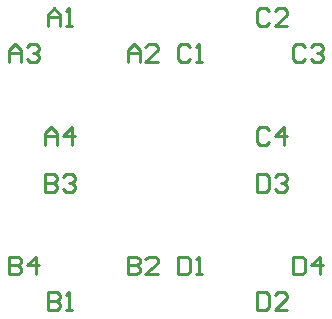
<source format=gto>
G04*
G04 #@! TF.GenerationSoftware,Altium Limited,CircuitMaker,2.3.0 (2.3.0.3)*
G04*
G04 Layer_Color=15132400*
%FSLAX42Y42*%
%MOMM*%
G71*
G04*
G04 #@! TF.SameCoordinates,27FB0F2B-40EB-4A0B-9F57-6DB8B26DE0FC*
G04*
G04*
G04 #@! TF.FilePolarity,Positive*
G04*
G01*
G75*
%ADD10C,0.25*%
D10*
X9273Y9476D02*
Y9324D01*
X9349D01*
X9375Y9349D01*
Y9451D01*
X9349Y9476D01*
X9273D01*
X9502Y9324D02*
Y9476D01*
X9425Y9400D01*
X9527D01*
X8973Y10176D02*
Y10024D01*
X9049D01*
X9075Y10049D01*
Y10151D01*
X9049Y10176D01*
X8973D01*
X9125Y10151D02*
X9151Y10176D01*
X9202D01*
X9227Y10151D01*
Y10125D01*
X9202Y10100D01*
X9176D01*
X9202D01*
X9227Y10075D01*
Y10049D01*
X9202Y10024D01*
X9151D01*
X9125Y10049D01*
X8973Y9176D02*
Y9024D01*
X9049D01*
X9075Y9049D01*
Y9151D01*
X9049Y9176D01*
X8973D01*
X9227Y9024D02*
X9125D01*
X9227Y9125D01*
Y9151D01*
X9202Y9176D01*
X9151D01*
X9125Y9151D01*
X8298Y9476D02*
Y9324D01*
X8375D01*
X8400Y9349D01*
Y9451D01*
X8375Y9476D01*
X8298D01*
X8451Y9324D02*
X8502D01*
X8476D01*
Y9476D01*
X8451Y9451D01*
X9075Y10551D02*
X9049Y10576D01*
X8998D01*
X8973Y10551D01*
Y10449D01*
X8998Y10424D01*
X9049D01*
X9075Y10449D01*
X9202Y10424D02*
Y10576D01*
X9125Y10500D01*
X9227D01*
X9375Y11251D02*
X9349Y11276D01*
X9298D01*
X9273Y11251D01*
Y11149D01*
X9298Y11124D01*
X9349D01*
X9375Y11149D01*
X9425Y11251D02*
X9451Y11276D01*
X9502D01*
X9527Y11251D01*
Y11225D01*
X9502Y11200D01*
X9476D01*
X9502D01*
X9527Y11175D01*
Y11149D01*
X9502Y11124D01*
X9451D01*
X9425Y11149D01*
X9075Y11551D02*
X9049Y11576D01*
X8998D01*
X8973Y11551D01*
Y11449D01*
X8998Y11424D01*
X9049D01*
X9075Y11449D01*
X9227Y11424D02*
X9125D01*
X9227Y11525D01*
Y11551D01*
X9202Y11576D01*
X9151D01*
X9125Y11551D01*
X8400Y11251D02*
X8375Y11276D01*
X8324D01*
X8298Y11251D01*
Y11149D01*
X8324Y11124D01*
X8375D01*
X8400Y11149D01*
X8451Y11124D02*
X8502D01*
X8476D01*
Y11276D01*
X8451Y11251D01*
X6873Y9476D02*
Y9324D01*
X6949D01*
X6975Y9349D01*
Y9375D01*
X6949Y9400D01*
X6873D01*
X6949D01*
X6975Y9425D01*
Y9451D01*
X6949Y9476D01*
X6873D01*
X7102Y9324D02*
Y9476D01*
X7025Y9400D01*
X7127D01*
X7173Y10176D02*
Y10024D01*
X7249D01*
X7275Y10049D01*
Y10075D01*
X7249Y10100D01*
X7173D01*
X7249D01*
X7275Y10125D01*
Y10151D01*
X7249Y10176D01*
X7173D01*
X7325Y10151D02*
X7351Y10176D01*
X7402D01*
X7427Y10151D01*
Y10125D01*
X7402Y10100D01*
X7376D01*
X7402D01*
X7427Y10075D01*
Y10049D01*
X7402Y10024D01*
X7351D01*
X7325Y10049D01*
X7873Y9476D02*
Y9324D01*
X7949D01*
X7975Y9349D01*
Y9375D01*
X7949Y9400D01*
X7873D01*
X7949D01*
X7975Y9425D01*
Y9451D01*
X7949Y9476D01*
X7873D01*
X8127Y9324D02*
X8025D01*
X8127Y9425D01*
Y9451D01*
X8102Y9476D01*
X8051D01*
X8025Y9451D01*
X7198Y9176D02*
Y9024D01*
X7275D01*
X7300Y9049D01*
Y9075D01*
X7275Y9100D01*
X7198D01*
X7275D01*
X7300Y9125D01*
Y9151D01*
X7275Y9176D01*
X7198D01*
X7351Y9024D02*
X7402D01*
X7376D01*
Y9176D01*
X7351Y9151D01*
X7173Y10424D02*
Y10525D01*
X7224Y10576D01*
X7275Y10525D01*
Y10424D01*
Y10500D01*
X7173D01*
X7402Y10424D02*
Y10576D01*
X7325Y10500D01*
X7427D01*
X6873Y11124D02*
Y11225D01*
X6924Y11276D01*
X6975Y11225D01*
Y11124D01*
Y11200D01*
X6873D01*
X7025Y11251D02*
X7051Y11276D01*
X7102D01*
X7127Y11251D01*
Y11225D01*
X7102Y11200D01*
X7076D01*
X7102D01*
X7127Y11175D01*
Y11149D01*
X7102Y11124D01*
X7051D01*
X7025Y11149D01*
X7873Y11124D02*
Y11225D01*
X7924Y11276D01*
X7975Y11225D01*
Y11124D01*
Y11200D01*
X7873D01*
X8127Y11124D02*
X8025D01*
X8127Y11225D01*
Y11251D01*
X8102Y11276D01*
X8051D01*
X8025Y11251D01*
X7198Y11424D02*
Y11525D01*
X7249Y11576D01*
X7300Y11525D01*
Y11424D01*
Y11500D01*
X7198D01*
X7351Y11424D02*
X7402D01*
X7376D01*
Y11576D01*
X7351Y11551D01*
M02*

</source>
